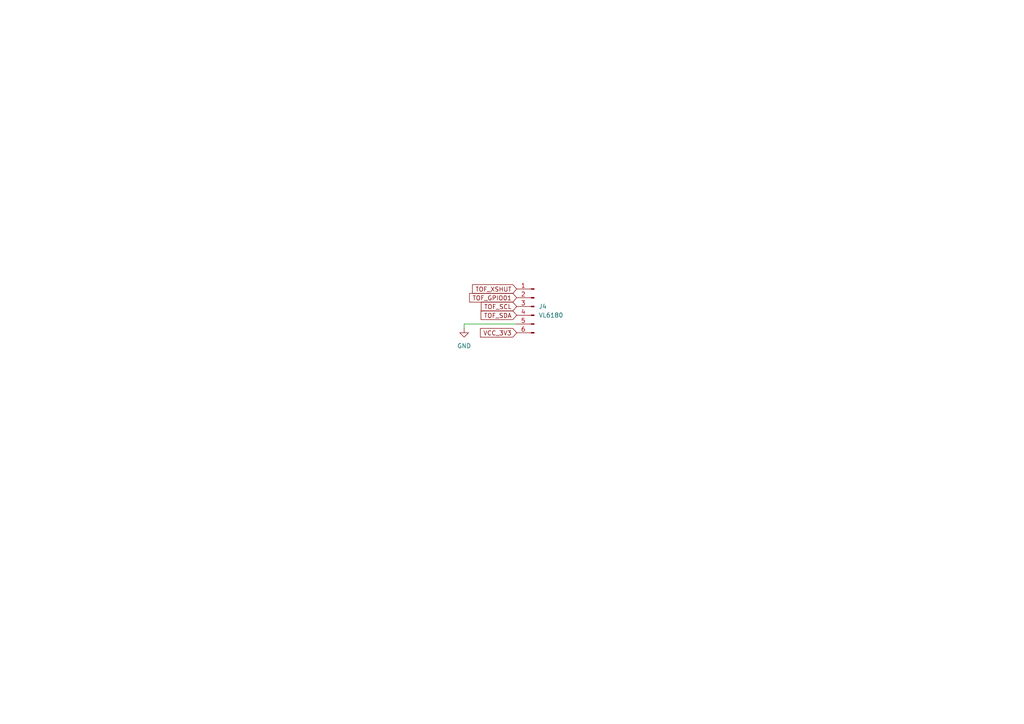
<source format=kicad_sch>
(kicad_sch (version 20231120) (generator "eeschema") (generator_version "8.0")
  (paper "A4")
  (lib_symbols
    (symbol "Connector:Conn_01x06_Pin" (pin_names (offset 1.016) hide)
      (property "Reference" "J" (at 0 7.62 0))
      (property "Value" "Conn_01x06_Pin" (at 0 -10.16 0))
      (symbol "Conn_01x06_Pin_1_1"
        (polyline (pts (xy 1.27 -7.62) (xy 0.8636 -7.62)) (stroke (width 0.1524)))
        (polyline (pts (xy 1.27 -5.08) (xy 0.8636 -5.08)) (stroke (width 0.1524)))
        (polyline (pts (xy 1.27 -2.54) (xy 0.8636 -2.54)) (stroke (width 0.1524)))
        (polyline (pts (xy 1.27 0) (xy 0.8636 0)) (stroke (width 0.1524)))
        (polyline (pts (xy 1.27 2.54) (xy 0.8636 2.54)) (stroke (width 0.1524)))
        (polyline (pts (xy 1.27 5.08) (xy 0.8636 5.08)) (stroke (width 0.1524)))
        (rectangle (start 0.8636 -7.493) (end 0 -7.747) (stroke (width 0.1524)) (fill (type outline)))
        (rectangle (start 0.8636 -4.953) (end 0 -5.207) (stroke (width 0.1524)) (fill (type outline)))
        (rectangle (start 0.8636 -2.413) (end 0 -2.667) (stroke (width 0.1524)) (fill (type outline)))
        (rectangle (start 0.8636 0.127) (end 0 -0.127) (stroke (width 0.1524)) (fill (type outline)))
        (rectangle (start 0.8636 2.667) (end 0 2.413) (stroke (width 0.1524)) (fill (type outline)))
        (rectangle (start 0.8636 5.207) (end 0 4.953) (stroke (width 0.1524)) (fill (type outline)))
        (pin passive line (at 5.08 5.08 180) (length 3.81) (name "Pin_1") (number "1"))
        (pin passive line (at 5.08 2.54 180) (length 3.81) (name "Pin_2") (number "2"))
        (pin passive line (at 5.08 0 180) (length 3.81) (name "Pin_3") (number "3"))
        (pin passive line (at 5.08 -2.54 180) (length 3.81) (name "Pin_4") (number "4"))
        (pin passive line (at 5.08 -5.08 180) (length 3.81) (name "Pin_5") (number "5"))
        (pin passive line (at 5.08 -7.62 180) (length 3.81) (name "Pin_6") (number "6"))
      )
    )
    (symbol "power:GND" (power) (pin_numbers hide) (pin_names (offset 0) hide)
      (property "Value" "GND" (at 0 -3.81 0))
      (symbol "GND_0_1"
        (polyline (pts (xy 0 0) (xy 0 -1.27) (xy 1.27 -1.27) (xy 0 -2.54) (xy -1.27 -1.27) (xy 0 -1.27)))
      )
      (symbol "GND_1_1"
        (pin power_in line (at 0 0 270) (length 0) (name "~") (number "1"))
      )
    )
  )
  (wire (pts (xy 149.86 93.98) (xy 134.62 93.98)))
  (wire (pts (xy 134.62 93.98) (xy 134.62 95.25)))
  (global_label "VCC_3V3" (shape input) (at 149.86 96.52 180) (property "Intersheetrefs" "${INTERSHEET_REFS}" (effects (hide yes))))
  (global_label "TOF_SDA" (shape input) (at 149.86 91.44 180) (property "Intersheetrefs" "${INTERSHEET_REFS}" (effects (hide yes))))
  (global_label "TOF_GPIO01" (shape input) (at 149.86 86.36 180) (property "Intersheetrefs" "${INTERSHEET_REFS}" (effects (hide yes))))
  (global_label "TOF_SCL" (shape input) (at 149.86 88.9 180) (property "Intersheetrefs" "${INTERSHEET_REFS}" (effects (hide yes))))
  (global_label "TOF_XSHUT" (shape input) (at 149.86 83.82 180) (property "Intersheetrefs" "${INTERSHEET_REFS}" (effects (hide yes))))
  (symbol (lib_id "Connector:Conn_01x06_Pin") (at 154.94 88.9 0) (mirror y) (unit 1)
    (property "Reference" "J4" (at 156.21 88.8999 0) (effects (justify right)))
    (property "Value" "VL6180" (at 156.21 91.4399 0) (effects (justify right)))
    (property "Footprint" "Connector_PinHeader_2.00mm:PinHeader_1x06_P2.00mm_Vertical" (effects (hide yes)))
    (property "Description" "Generic connector, single row, 01x06, script generated" (effects (hide yes)))
  )
  (symbol (lib_id "power:GND") (at 134.62 95.25 0) (unit 1)
    (property "Reference" "#PWR036" (effects (hide yes)))
    (property "Value" "GND" (at 134.62 100.33 0))
    (property "Description" "Power symbol creates a global label with name \"GND\" , ground" (effects (hide yes)))
  )
)
</source>
